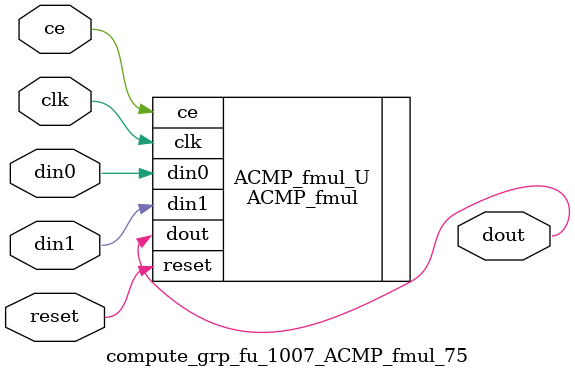
<source format=v>

`timescale 1 ns / 1 ps
module compute_grp_fu_1007_ACMP_fmul_75(
    clk,
    reset,
    ce,
    din0,
    din1,
    dout);

parameter ID = 32'd1;
parameter NUM_STAGE = 32'd1;
parameter din0_WIDTH = 32'd1;
parameter din1_WIDTH = 32'd1;
parameter dout_WIDTH = 32'd1;
input clk;
input reset;
input ce;
input[din0_WIDTH - 1:0] din0;
input[din1_WIDTH - 1:0] din1;
output[dout_WIDTH - 1:0] dout;



ACMP_fmul #(
.ID( ID ),
.NUM_STAGE( 4 ),
.din0_WIDTH( din0_WIDTH ),
.din1_WIDTH( din1_WIDTH ),
.dout_WIDTH( dout_WIDTH ))
ACMP_fmul_U(
    .clk( clk ),
    .reset( reset ),
    .ce( ce ),
    .din0( din0 ),
    .din1( din1 ),
    .dout( dout ));

endmodule

</source>
